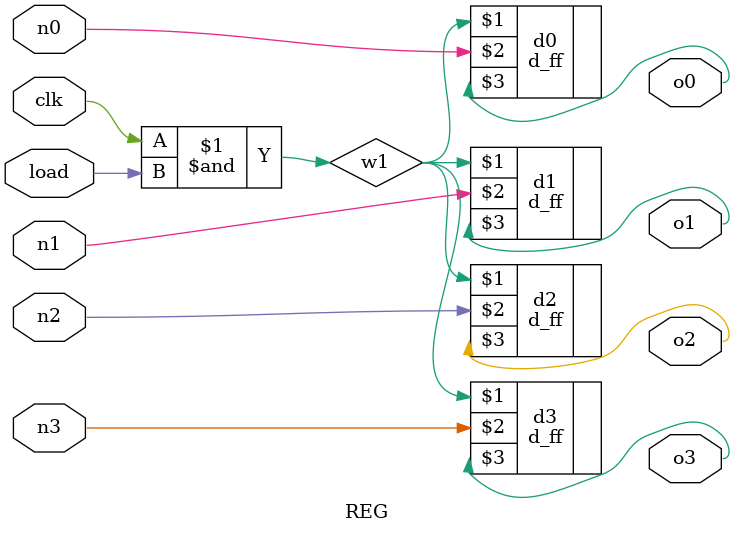
<source format=v>
`timescale 1ns / 1ps


module REG(
    input clk,
    input load,
    input n3, n2, n1, n0,
    output o3, o2, o1, o0
    );
    wire w1;
    and(w1, clk, load);
    d_ff d3(w1, n3, o3);
    d_ff d2(w1, n2, o2);
    d_ff d1(w1, n1, o1);
    d_ff d0(w1, n0, o0);
    
    
endmodule

</source>
